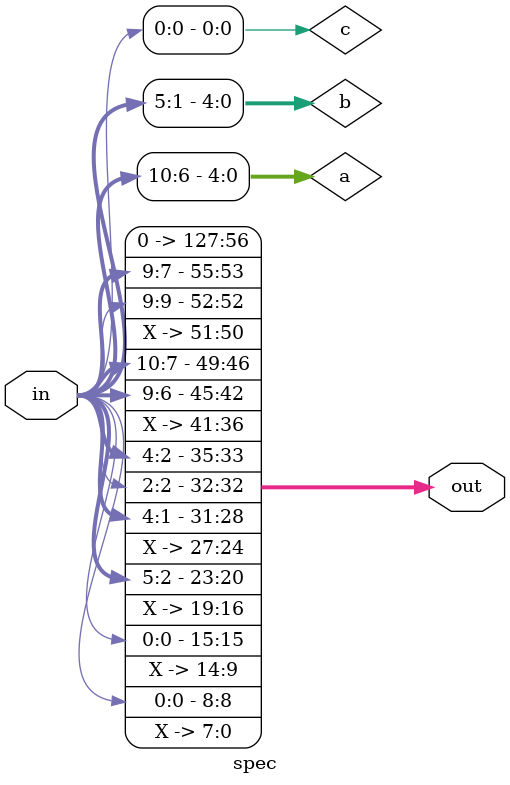
<source format=sv>

module spec (input logic [127:0] in,
	     output logic [127:0] out);


  wire [3:7] a;
  wire [7:3] b;
  wire [3:3] c;

  assign {a, b, c} = in;

  assign out = {  a[4:6],
                  a[4:4],
                  a[1:6],
                  a[4:9],
		  a[1:2],
		  a[8:9],

                  b[6:4],
                  b[4:4],
                  b[6:1],
                  b[9:4],
		  b[2:1],
		  b[9:8],

                  c[3:3],

                  c[2:1],
                  c[4:4],
                  c[6:1],
                  c[9:4]

		  // NCverilog gets a lot of this wrong.
		  // VCS rejects the following selects.
                  // c[4:6],
                  // c[4:4],
                  // c[1:6],
                  // c[4:9]
		  };

endmodule // spec

</source>
